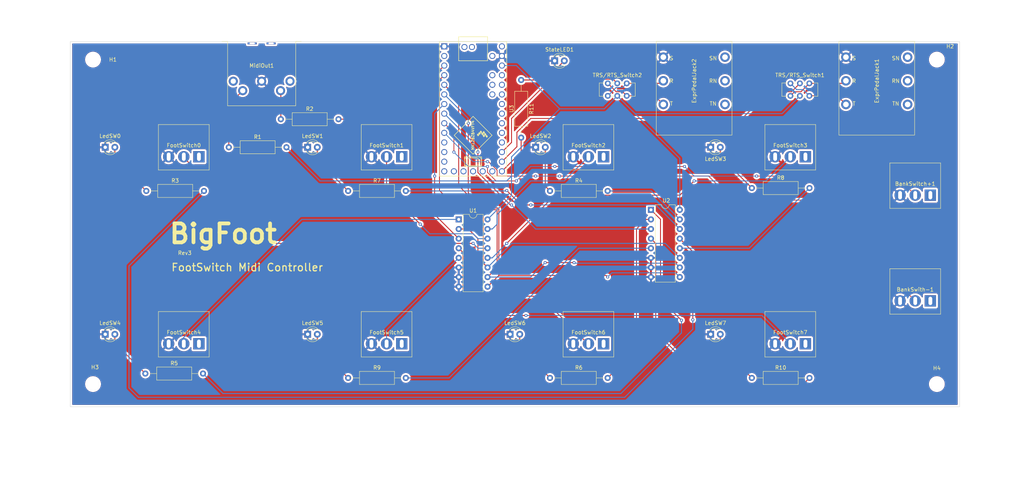
<source format=kicad_pcb>
(kicad_pcb (version 20211014) (generator pcbnew)
  (layers (0 "F.Cu" signal) (31 "B.Cu" signal) (34 "B.Paste" user) (35 "F.Paste" user) (36 "B.SilkS" user "B.Silkscreen") (37 "F.SilkS" user "F.Silkscreen") (38 "B.Mask" user) (39 "F.Mask" user) (44 "Edge.Cuts" user))
  (net 0 "")
  (net 2 "Bank+")
  (net 3 "GND")
  (net 5 "Bank-")
  (net 6 "Net-(ExprPedalJack1-PadR)")
  (net 7 "Net-(ExprPedalJack1-PadT)")
  (net 8 "Net-(ExprPedalJack2-PadR)")
  (net 9 "Net-(ExprPedalJack2-PadT)")
  (net 11 "Net-(FootSwitch0-Pad2)")
  (net 13 "Net-(FootSwitch1-Pad2)")
  (net 15 "Net-(FootSwitch2-Pad2)")
  (net 17 "Net-(FootSwitch3-Pad2)")
  (net 19 "Net-(FootSwitch4-Pad2)")
  (net 21 "Net-(FootSwitch5-Pad2)")
  (net 23 "Net-(FootSwitch6-Pad2)")
  (net 25 "Net-(FootSwitch7-Pad2)")
  (net 26 "Net-(LedSW0-Pad2)")
  (net 27 "Net-(LedSW1-Pad2)")
  (net 28 "Net-(LedSW2-Pad2)")
  (net 29 "Net-(LedSW3-Pad2)")
  (net 30 "Net-(LedSW4-Pad2)")
  (net 31 "Net-(LedSW5-Pad2)")
  (net 32 "Net-(LedSW6-Pad2)")
  (net 33 "Net-(LedSW7-Pad2)")
  (net 36 "Net-(MidiOut1-Pad4)")
  (net 37 "Net-(MidiOut1-Pad5)")
  (net 38 "+3.3V")
  (net 39 "MidiOut")
  (net 40 "Net-(R3-Pad2)")
  (net 41 "Net-(R4-Pad2)")
  (net 42 "Net-(R5-Pad2)")
  (net 43 "Net-(R6-Pad2)")
  (net 44 "Net-(R7-Pad2)")
  (net 45 "Net-(R8-Pad2)")
  (net 46 "Net-(R9-Pad2)")
  (net 47 "Net-(R10-Pad2)")
  (net 48 "Net-(StateLED1-Pad2)")
  (net 49 "Net-(R11-Pad2)")
  (net 50 "ExprPedal1")
  (net 51 "ExprPedal2")
  (net 52 "FootSwitches")
  (net 53 "S2")
  (net 54 "S1")
  (net 55 "S0")
  (net 56 "LEDs")
  (footprint "Resistor_THT:R_Axial_DIN0309_L9.0mm_D3.2mm_P15.24mm_Horizontal" (layer "F.Cu") (at 47.2 75.36)
    (fp_text reference "R3")
    (fp_text value "47")
  )
  (footprint "LED_THT:LED_D3.0mm" (layer "F.Cu") (at 36.345 113.24)
    (fp_text reference "LedSW4")
    (fp_text value "TLHR4400-AS12Z")
  )
  (footprint "LED_THT:LED_D3.0mm" (layer "F.Cu") (at 196.345 63.82)
    (fp_text reference "LedSW3")
    (fp_text value "TLHR4400-AS12Z")
  )
  (footprint "Resistor_THT:R_Axial_DIN0309_L9.0mm_D3.2mm_P15.24mm_Horizontal" (layer "F.Cu") (at 100.54 75.36)
    (fp_text reference "R7")
    (fp_text value "47")
  )
  (footprint "Switch:Switch_Foot_SPDT_Momentary_Eswitch_FS5700SPMT2B2M1QEH" (layer "F.Cu") (at 217.38 113.24)
    (fp_text reference "FootSwitch7")
    (fp_text value "FS5700SPMT2B2M1QEH")
  )
  (footprint "MountingHole:MountingHole_3.2mm_M3" (layer "F.Cu") (at 256.12 126.4)
    (fp_text reference "H4")
    (fp_text value "MountingHole")
  )
  (footprint "Connectors:Jack_6.35_Horizontal_Amphenol_ACJS-IH" (layer "F.Cu") (at 240.24 35.8025)
    (fp_text reference "ExprPedalJack1")
    (fp_text value "ACJS-IH")
  )
  (footprint "Resistor_THT:R_Axial_DIN0309_L9.0mm_D3.2mm_P15.24mm_Horizontal" (layer "F.Cu") (at 207.22 124.78)
    (fp_text reference "R10")
    (fp_text value "47")
  )
  (footprint "Switch:Switch_slide_2PDT_LSSA22L-V" (layer "F.Cu") (at 171.66 48.58)
    (fp_text reference "TRS/RTS_Switch2")
    (fp_text value "LSSA22L-V")
  )
  (footprint "LED_THT:LED_D3.0mm" (layer "F.Cu") (at 150.095 63.82)
    (fp_text reference "LedSW2")
    (fp_text value "TLHR4400-AS12Z")
  )
  (footprint "Resistor_THT:R_Axial_DIN0309_L9.0mm_D3.2mm_P15.24mm_Horizontal" (layer "F.Cu") (at 100.54 124.78)
    (fp_text reference "R9")
    (fp_text value "47")
  )
  (footprint "Resistor_THT:R_Axial_DIN0309_L9.0mm_D3.2mm_P15.24mm_Horizontal" (layer "F.Cu") (at 146.26 46.04 -90)
    (fp_text reference "R11")
    (fp_text value "47")
  )
  (footprint "LED_THT:LED_D3.0mm" (layer "F.Cu") (at 89.845 63.82)
    (fp_text reference "LedSW1")
    (fp_text value "TLHR4400-AS12Z")
  )
  (footprint "Resistor_THT:R_Axial_DIN0309_L9.0mm_D3.2mm_P15.24mm_Horizontal" (layer "F.Cu") (at 207.22 74.598)
    (fp_text reference "R8")
    (fp_text value "47")
  )
  (footprint "Resistor_THT:R_Axial_DIN0309_L9.0mm_D3.2mm_P15.24mm_Horizontal" (layer "F.Cu") (at 153.88 124.78)
    (fp_text reference "R6")
    (fp_text value "47")
  )
  (footprint "MountingHole:MountingHole_3.2mm_M3" (layer "F.Cu") (at 33.12 40.65)
    (fp_text reference "H1")
    (fp_text value "MountingHole")
  )
  (footprint "Switch:Switch_Foot_SPDT_Momentary_Eswitch_FS5700SPMT2B2M1QEH" (layer "F.Cu") (at 57.106 63.82)
    (fp_text reference "FootSwitch0")
    (fp_text value "FS5700SPMT2B2M1QEH")
  )
  (footprint "Switch:Switch_Foot_SPDT_Momentary_Eswitch_FS5700SPMT2B2M1QEH" (layer "F.Cu") (at 250.4 73.98)
    (fp_text reference "BankSwitch+1")
    (fp_text value "FS5700SPMT2B2M1QEH")
  )
  (footprint "MountingHole:MountingHole_3.2mm_M3" (layer "F.Cu") (at 256.12 40.65)
    (fp_text reference "H2")
    (fp_text value "MountingHole")
  )
  (footprint "LED_THT:LED_D3.0mm" (layer "F.Cu") (at 155.12 40.96)
    (fp_text reference "StateLED1")
    (fp_text value "TLHR4400-AS12Z")
  )
  (footprint "LED_THT:LED_D3.0mm" (layer "F.Cu") (at 196.345 113.24)
    (fp_text reference "LedSW7")
    (fp_text value "TLHR4400-AS12Z")
  )
  (footprint "Switch:Switch_Foot_SPDT_Momentary_Eswitch_FS5700SPMT2B2M1QEH" (layer "F.Cu") (at 250.4 101.92)
    (fp_text reference "BankSwith-1")
    (fp_text value "FS5700SPMT2B2M1QEH")
  )
  (footprint "Switch:Switch_Foot_SPDT_Momentary_Eswitch_FS5700SPMT2B2M1QEH" (layer "F.Cu") (at 57.106 113.24)
    (fp_text reference "FootSwitch4")
    (fp_text value "FS5700SPMT2B2M1QEH")
  )
  (footprint "Resistor_THT:R_Axial_DIN0309_L9.0mm_D3.2mm_P15.24mm_Horizontal" (layer "F.Cu") (at 69 63.82)
    (fp_text reference "R1")
    (fp_text value "47")
  )
  (footprint "Resistor_THT:R_Axial_DIN0309_L9.0mm_D3.2mm_P15.24mm_Horizontal" (layer "F.Cu") (at 82.75 56.4)
    (fp_text reference "R2")
    (fp_text value "47")
  )
  (footprint "LED_THT:LED_D3.0mm" (layer "F.Cu") (at 36.345 63.82)
    (fp_text reference "LedSW0")
    (fp_text value "TLHR4400-AS12Z")
  )
  (footprint "Connectors:Jack_6.35_Horizontal_Amphenol_ACJS-IH" (layer "F.Cu") (at 191.98 35.8025)
    (fp_text reference "ExprPedalJack2")
    (fp_text value "ACJS-IH")
  )
  (footprint "Package_DIP:DIP-16_W7.62mm" (layer "F.Cu") (at 129.76 82.885)
    (fp_text reference "U1")
    (fp_text value "74HCT4051")
  )
  (footprint "Switch:Switch_slide_2PDT_LSSA22L-V" (layer "F.Cu") (at 219.92 48.58)
    (fp_text reference "TRS/RTS_Switch1")
    (fp_text value "LSSA22L-V")
  )
  (footprint "MountingHole:MountingHole_3.2mm_M3" (layer "F.Cu") (at 33.12 126.4)
    (fp_text reference "H3")
    (fp_text value "MountingHole")
  )
  (footprint "Switch:Switch_Foot_SPDT_Momentary_Eswitch_FS5700SPMT2B2M1QEH" (layer "F.Cu") (at 164.04 63.82)
    (fp_text reference "FootSwitch2")
    (fp_text value "FS5700SPMT2B2M1QEH")
  )
  (footprint "LED_THT:LED_D3.0mm" (layer "F.Cu") (at 89.845 113.24)
    (fp_text reference "LedSW5")
    (fp_text value "TLHR4400-AS12Z")
  )
  (footprint "Switch:Switch_Foot_SPDT_Momentary_Eswitch_FS5700SPMT2B2M1QEH" (layer "F.Cu") (at 217.38 63.82)
    (fp_text reference "FootSwitch3")
    (fp_text value "FS5700SPMT2B2M1QEH")
  )
  (footprint "LED_THT:LED_D3.0mm" (layer "F.Cu") (at 143.345 113.24)
    (fp_text reference "LedSW6")
    (fp_text value "TLHR4400-AS12Z")
  )
  (footprint "Connectors:Circular_DIN_5P_KCDX-5S-S2" (layer "F.Cu") (at 77.68 33.8625 180)
    (fp_text reference "MidiOut1")
    (fp_text value "KCDX-5S-S2")
  )
  (footprint "Package_DIP:DIP-16_W7.62mm" (layer "F.Cu") (at 180.56 80.345)
    (fp_text reference "U2")
    (fp_text value "74HCT4051")
  )
  (footprint "Resistor_THT:R_Axial_DIN0309_L9.0mm_D3.2mm_P15.24mm_Horizontal" (layer "F.Cu") (at 153.88 75.36)
    (fp_text reference "R4")
    (fp_text value "47")
  )
  (footprint "Switch:Switch_Foot_SPDT_Momentary_Eswitch_FS5700SPMT2B2M1QEH" (layer "F.Cu") (at 110.7 113.24)
    (fp_text reference "FootSwitch5")
    (fp_text value "FS5700SPMT2B2M1QEH")
  )
  (footprint "teensy:Teensy_LC" (layer "F.Cu") (at 133.56 53.66 -90)
    (fp_text reference "U3")
    (fp_text value "Teensy-LC")
  )
  (footprint "Switch:Switch_Foot_SPDT_Momentary_Eswitch_FS5700SPMT2B2M1QEH" (layer "F.Cu") (at 110.7 63.82)
    (fp_text reference "FootSwitch1")
    (fp_text value "FS5700SPMT2B2M1QEH")
  )
  (footprint "Switch:Switch_Foot_SPDT_Momentary_Eswitch_FS5700SPMT2B2M1QEH" (layer "F.Cu") (at 164.04 113.24)
    (fp_text reference "FootSwitch6")
    (fp_text value "FS5700SPMT2B2M1QEH")
  )
  (footprint "Resistor_THT:R_Axial_DIN0309_L9.0mm_D3.2mm_P15.24mm_Horizontal" (layer "F.Cu") (at 46.946 123.62)
    (fp_text reference "R5")
    (fp_text value "47")
  )
  (gr_rect (start 27.12 35.88) (end 262.12 132.4) (layer "Edge.Cuts") (width 0.1) (fill none))
  (gr_text "BigFoot" (at 67.52 86.68) (layer "F.SilkS") (effects (font (size 5 5) (thickness 1))))
  (gr_text "FootSwitch Midi Controller" (at 73.87 95.57) (layer "F.SilkS") (effects (font (size 2 2) (thickness 0.3))))
  (gr_text "Rev3" (at 57.36 91.76) (layer "F.SilkS") (effects (font (size 1 1))))
  (segment (start 137.37 70.455635) (end 137.37 68.9) (width 0.2) (layer "F.Cu") (net 2))
  (segment (start 139.624365 72.71) (end 137.37 70.455635) (width 0.2) (layer "F.Cu") (net 2))
  (segment (start 128.48 60.01) (end 125.94 57.47) (width 0.2) (layer "F.Cu") (net 2))
  (segment (start 189.44 68.9) (end 155.15 68.9) (width 0.2) (layer "F.Cu") (net 2))
  (segment (start 245.364997 71.44) (end 208.49 71.44) (width 0.2) (layer "F.Cu") (net 2))
  (segment (start 128.48 65.09) (end 128.48 60.01) (width 0.2) (layer "F.Cu") (net 2))
  (segment (start 250.4 76.475003) (end 245.364997 71.44) (width 0.2) (layer "F.Cu") (net 2))
  (segment (start 144.99 72.71) (end 139.624365 72.71) (width 0.2) (layer "F.Cu") (net 2))
  (via (at 155.15 68.9) (size 0.8) (drill 0.4) (layers "F.Cu" "B.Cu") (net 2))
  (via (at 189.44 68.9) (size 0.8) (drill 0.4) (layers "F.Cu" "B.Cu") (net 2))
  (via (at 144.99 72.71) (size 0.8) (drill 0.4) (layers "F.Cu" "B.Cu") (net 2))
  (via (at 208.49 71.44) (size 0.8) (drill 0.4) (layers "F.Cu" "B.Cu") (net 2))
  (via (at 128.48 65.09) (size 0.8) (drill 0.4) (layers "F.Cu" "B.Cu") (net 2))
  (via (at 137.37 68.9) (size 0.8) (drill 0.4) (layers "F.Cu" "B.Cu") (net 2))
  (segment (start 132.29 68.9) (end 128.48 65.09) (width 0.2) (layer "B.Cu") (net 2))
  (segment (start 148.8 68.9) (end 144.99 72.71) (width 0.2) (layer "B.Cu") (net 2))
  (segment (start 208.49 71.44) (end 191.98 71.44) (width 0.2) (layer "B.Cu") (net 2))
  (segment (start 137.37 68.9) (end 132.29 68.9) (width 0.2) (layer "B.Cu") (net 2))
  (segment (start 191.98 71.44) (end 189.44 68.9) (width 0.2) (layer "B.Cu") (net 2))
  (segment (start 155.15 68.9) (end 148.8 68.9) (width 0.2) (layer "B.Cu") (net 2))
  (segment (start 195.79 71.44) (end 156.42 71.44) (width 0.2) (layer "F.Cu") (net 5))
  (segment (start 150.07 71.44) (end 139.91 71.44) (width 0.2) (layer "F.Cu") (net 5))
  (segment (start 223.774997 77.79) (end 203.41 77.79) (width 0.2) (layer "F.Cu") (net 5))
  (segment (start 137.655635 67.63) (end 137.37 67.63) (width 0.2) (layer "F.Cu") (net 5))
  (segment (start 203.41 77.79) (end 202.14 77.79) (width 0.2) (layer "F.Cu") (net 5))
  (segment (start 250.4 104.415003) (end 223.774997 77.79) (width 0.2) (layer "F.Cu") (net 5))
  (segment (start 139.91 71.44) (end 139.91 69.884365) (width 0.2) (layer "F.Cu") (net 5))
  (segment (start 139.91 69.884365) (end 137.655635 67.63) (width 0.2) (layer "F.Cu") (net 5))
  (segment (start 202.14 77.79) (end 195.79 71.44) (width 0.2) (layer "F.Cu") (net 5))
  (via (at 137.37 67.63) (size 0.8) (drill 0.4) (layers "F.Cu" "B.Cu") (net 5))
  (via (at 156.42 71.44) (size 0.8) (drill 0.4) (layers "F.Cu" "B.Cu") (net 5))
  (via (at 150.07 71.44) (size 0.8) (drill 0.4) (layers "F.Cu" "B.Cu") (net 5))
  (segment (start 137.37 67.63) (end 133.56 67.63) (width 0.2) (layer "B.Cu") (net 5))
  (segment (start 133.56 67.63) (end 125.94 60.01) (width 0.2) (layer "B.Cu") (net 5))
  (segment (start 156.42 71.44) (end 150.07 71.44) (width 0.2) (layer "B.Cu") (net 5))
  (segment (start 220.207 49.143) (end 222.42 46.93) (width 0.25) (layer "F.Cu") (net 6))
  (segment (start 218.507 49.143) (end 220.207 49.143) (width 0.25) (layer "F.Cu") (net 6))
  (segment (start 222.42 46.93) (end 231.4125 46.93) (width 0.25) (layer "F.Cu") (net 6))
  (segment (start 217.42 50.23) (end 218.507 49.143) (width 0.25) (layer "F.Cu") (net 6))
  (segment (start 231.4125 46.93) (end 232.09 46.2525) (width 0.25) (layer "F.Cu") (net 6))
  (segment (start 222.42 50.23) (end 229.8175 50.23) (width 0.25) (layer "F.Cu") (net 7))
  (segment (start 229.8175 50.23) (end 232.09 52.5025) (width 0.25) (layer "F.Cu") (net 7))
  (segment (start 219.07 48.58) (end 220.77 48.58) (width 0.25) (layer "B.Cu") (net 7))
  (segment (start 217.42 46.93) (end 219.07 48.58) (width 0.25) (layer "B.Cu") (net 7))
  (segment (start 220.77 48.58) (end 222.42 50.23) (width 0.25) (layer "B.Cu") (net 7))
  (segment (start 174.16 46.93) (end 183.1525 46.93) (width 0.25) (layer "F.Cu") (net 8))
  (segment (start 183.1525 46.93) (end 183.83 46.2525) (width 0.25) (layer "F.Cu") (net 8))
  (segment (start 173.073 48.017) (end 174.16 46.93) (width 0.25) (layer "B.Cu") (net 8))
  (segment (start 171.373 48.017) (end 173.073 48.017) (width 0.25) (layer "B.Cu") (net 8))
  (segment (start 169.16 50.23) (end 171.373 48.017) (width 0.25) (layer "B.Cu") (net 8))
  (segment (start 171.373 49.143) (end 173.073 49.143) (width 0.25) (layer "F.Cu") (net 9))
  (segment (start 169.16 46.93) (end 171.373 49.143) (width 0.25) (layer "F.Cu") (net 9))
  (segment (start 181.5575 50.23) (end 183.83 52.5025) (width 0.25) (layer "F.Cu") (net 9))
  (segment (start 173.073 49.143) (end 174.16 50.23) (width 0.25) (layer "F.Cu") (net 9))
  (segment (start 174.16 50.23) (end 181.5575 50.23) (width 0.25) (layer "F.Cu") (net 9))
  (segment (start 79.756997 89.22) (end 133.56 89.22) (width 0.25) (layer "F.Cu") (net 11))
  (segment (start 57.106 66.569003) (end 79.756997 89.22) (width 0.25) (layer "F.Cu") (net 11))
  (via (at 133.56 89.22) (size 0.8) (drill 0.4) (layers "F.Cu" "B.Cu") (net 11))
  (segment (start 133.56 89.22) (end 134.845 90.505) (width 0.25) (layer "B.Cu") (net 11))
  (segment (start 134.845 90.505) (end 137.38 90.505) (width 0.25) (layer "B.Cu") (net 11))
  (segment (start 110.7 66.569003) (end 110.7 75.25) (width 0.25) (layer "F.Cu") (net 13))
  (segment (start 110.7 75.25) (end 119.59 84.14) (width 0.25) (layer "F.Cu") (net 13))
  (via (at 119.59 84.14) (size 0.8) (drill 0.4) (layers "F.Cu" "B.Cu") (net 13))
  (segment (start 133.56 86.68) (end 134.845 87.965) (width 0.25) (layer "B.Cu") (net 13))
  (segment (start 134.845 87.965) (end 137.38 87.965) (width 0.25) (layer "B.Cu") (net 13))
  (segment (start 119.59 84.14) (end 122.13 86.68) (width 0.25) (layer "B.Cu") (net 13))
  (segment (start 122.13 86.68) (end 133.56 86.68) (width 0.25) (layer "B.Cu") (net 13))
  (segment (start 148.8 72.71) (end 139.91 81.6) (width 0.25) (layer "B.Cu") (net 15))
  (segment (start 157.645003 72.71) (end 148.8 72.71) (width 0.25) (layer "B.Cu") (net 15))
  (segment (start 164.04 66.315003) (end 157.645003 72.71) (width 0.25) (layer "B.Cu") (net 15))
  (segment (start 139.91 81.6) (end 139.91 84.14) (width 0.25) (layer "B.Cu") (net 15))
  (segment (start 138.625 85.425) (end 137.38 85.425) (width 0.25) (layer "B.Cu") (net 15))
  (segment (start 139.91 84.14) (end 138.625 85.425) (width 0.25) (layer "B.Cu") (net 15))
  (segment (start 191.98 72.71) (end 188.205 76.485) (width 0.25) (layer "F.Cu") (net 17))
  (segment (start 155.185 76.485) (end 142.45 89.22) (width 0.25) (layer "F.Cu") (net 17))
  (segment (start 188.205 76.485) (end 155.185 76.485) (width 0.25) (layer "F.Cu") (net 17))
  (via (at 142.45 89.22) (size 0.8) (drill 0.4) (layers "F.Cu" "B.Cu") (net 17))
  (via (at 191.98 72.71) (size 0.8) (drill 0.4) (layers "F.Cu" "B.Cu") (net 17))
  (segment (start 138.625 93.045) (end 137.38 93.045) (width 0.25) (layer "B.Cu") (net 17))
  (segment (start 217.38 66.315003) (end 210.985003 72.71) (width 0.25) (layer "B.Cu") (net 17))
  (segment (start 210.985003 72.71) (end 191.98 72.71) (width 0.25) (layer "B.Cu") (net 17))
  (segment (start 142.45 89.22) (end 138.625 93.045) (width 0.25) (layer "B.Cu") (net 17))
  (segment (start 56.598 115.735003) (end 56.598 114.575002) (width 0.25) (layer "B.Cu") (net 19))
  (segment (start 56.598 114.575002) (end 88.288003 82.885) (width 0.25) (layer "B.Cu") (net 19))
  (segment (start 88.288003 82.885) (end 129.76 82.885) (width 0.25) (layer "B.Cu") (net 19))
  (segment (start 110.7 112.105) (end 129.76 93.045) (width 0.25) (layer "B.Cu") (net 21))
  (segment (start 110.7 115.735003) (end 110.7 112.105) (width 0.25) (layer "B.Cu") (net 21))
  (segment (start 137.37 103.19) (end 134.83 100.65) (width 0.25) (layer "F.Cu") (net 23))
  (segment (start 134.83 87.95) (end 132.305 85.425) (width 0.25) (layer "F.Cu") (net 23))
  (segment (start 132.305 85.425) (end 129.76 85.425) (width 0.25) (layer "F.Cu") (net 23))
  (segment (start 164.04 115.89) (end 151.34 103.19) (width 0.25) (layer "F.Cu") (net 23))
  (segment (start 134.83 100.65) (end 134.83 87.95) (width 0.25) (layer "F.Cu") (net 23))
  (segment (start 151.34 103.19) (end 137.37 103.19) (width 0.25) (layer "F.Cu") (net 23))
  (segment (start 164.04 115.735003) (end 164.04 115.89) (width 0.25) (layer "F.Cu") (net 23))
  (segment (start 130.885 101.785) (end 130.885 91.63) (width 0.25) (layer "F.Cu") (net 25))
  (segment (start 130.885 91.63) (end 129.76 90.505) (width 0.25) (layer "F.Cu") (net 25))
  (segment (start 147.53 108.27) (end 137.37 108.27) (width 0.25) (layer "F.Cu") (net 25))
  (segment (start 137.37 108.27) (end 130.885 101.785) (width 0.25) (layer "F.Cu") (net 25))
  (via (at 147.53 108.27) (size 0.8) (drill 0.4) (layers "F.Cu" "B.Cu") (net 25))
  (segment (start 217.38 115.735003) (end 209.914997 108.27) (width 0.25) (layer "B.Cu") (net 25))
  (segment (start 209.914997 108.27) (end 191.98 108.27) (width 0.25) (layer "B.Cu") (net 25))
  (segment (start 191.98 108.27) (end 147.53 108.27) (width 0.25) (layer "B.Cu") (net 25))
  (segment (start 38.885 67.045) (end 47.2 75.36) (width 0.25) (layer "F.Cu") (net 26))
  (segment (start 38.885 63.82) (end 38.885 67.045) (width 0.25) (layer "F.Cu") (net 26))
  (segment (start 92.385 67.205) (end 100.54 75.36) (width 0.25) (layer "F.Cu") (net 27))
  (segment (start 92.385 63.82) (end 92.385 67.205) (width 0.25) (layer "F.Cu") (net 27))
  (segment (start 152.635 63.82) (end 152.635 74.115) (width 0.25) (layer "F.Cu") (net 28))
  (segment (start 152.635 74.115) (end 153.88 75.36) (width 0.25) (layer "F.Cu") (net 28))
  (segment (start 198.885 66.263) (end 207.22 74.598) (width 0.25) (layer "F.Cu") (net 29))
  (segment (start 198.885 63.82) (end 198.885 66.263) (width 0.25) (layer "F.Cu") (net 29))
  (segment locked (start 38.885 113.24) (end 38.885 115.559) (width 0.25) (layer "F.Cu") (net 30))
  (segment (start 38.885 115.559) (end 46.946 123.62) (width 0.25) (layer "F.Cu") (net 30))
  (segment (start 92.385 113.24) (end 92.385 116.625) (width 0.25) (layer "F.Cu") (net 31))
  (segment (start 92.385 116.625) (end 100.54 124.78) (width 0.25) (layer "F.Cu") (net 31))
  (segment (start 145.885 116.785) (end 153.88 124.78) (width 0.25) (layer "F.Cu") (net 32))
  (segment (start 145.885 113.24) (end 145.885 116.785) (width 0.25) (layer "F.Cu") (net 32))
  (segment (start 198.885 113.24) (end 198.885 116.445) (width 0.25) (layer "F.Cu") (net 33))
  (segment (start 198.885 116.445) (end 207.22 124.78) (width 0.25) (layer "F.Cu") (net 33))
  (segment (start 69 63.82) (end 69 52.5425) (width 0.25) (layer "F.Cu") (net 36))
  (segment (start 69 52.5425) (end 72.68 48.8625) (width 0.25) (layer "F.Cu") (net 36))
  (segment (start 82.75 48.9325) (end 82.68 48.8625) (width 0.25) (layer "F.Cu") (net 37))
  (segment (start 82.75 56.4) (end 82.75 48.9325) (width 0.25) (layer "F.Cu") (net 37))
  (segment (start 176.36 54.93) (end 215.22 54.93) (width 0.25) (layer "B.Cu") (net 38))
  (segment (start 93.13 72.71) (end 142.45 72.71) (width 0.25) (layer "B.Cu") (net 38))
  (segment (start 143.72 66.36) (end 143.72 76.545) (width 0.25) (layer "B.Cu") (net 38))
  (segment (start 156.42 53.66) (end 168.23 53.66) (width 0.25) (layer "B.Cu") (net 38))
  (segment (start 141.18 42.23) (end 144.99 42.23) (width 0.25) (layer "B.Cu") (net 38))
  (segment (start 143.72 76.545) (end 137.38 82.885) (width 0.25) (layer "B.Cu") (net 38))
  (segment (start 84.24 63.82) (end 93.13 72.71) (width 0.25) (layer "B.Cu") (net 38))
  (segment (start 176.36 54.93) (end 188.18 66.75) (width 0.25) (layer "B.Cu") (net 38))
  (segment (start 144.99 42.23) (end 156.42 53.66) (width 0.25) (layer "B.Cu") (net 38))
  (segment (start 168.23 53.66) (end 171.66 50.23) (width 0.25) (layer "B.Cu") (net 38))
  (segment (start 142.45 72.71) (end 143.72 71.44) (width 0.25) (layer "B.Cu") (net 38))
  (segment (start 188.18 66.75) (end 188.18 80.345) (width 0.25) (layer "B.Cu") (net 38))
  (segment (start 215.22 54.93) (end 219.92 50.23) (width 0.25) (layer "B.Cu") (net 38))
  (segment (start 156.42 53.66) (end 143.72 66.36) (width 0.25) (layer "B.Cu") (net 38))
  (segment (start 171.66 50.23) (end 176.36 54.93) (width 0.25) (layer "B.Cu") (net 38))
  (segment (start 97.99 56.4) (end 111.77 56.4) (width 0.25) (layer "F.Cu") (net 39))
  (segment (start 111.77 56.4) (end 125.94 42.23) (width 0.25) (layer "F.Cu") (net 39))
  (segment (start 191.62 91.405) (end 191.62 109.4) (width 0.25) (layer "F.Cu") (net 40))
  (segment (start 188.18 87.965) (end 191.62 91.405) (width 0.25) (layer "F.Cu") (net 40))
  (via (at 191.62 109.4) (size 0.8) (drill 0.4) (layers "F.Cu" "B.Cu") (net 40))
  (segment (start 191.62 111.9) (end 191.62 109.4) (width 0.25) (layer "B.Cu") (net 40))
  (segment (start 173.62 129.9) (end 191.62 111.9) (width 0.25) (layer "B.Cu") (net 40))
  (segment (start 42.62 127.4) (end 45.12 129.9) (width 0.25) (layer "B.Cu") (net 40))
  (segment (start 62.44 75.36) (end 42.62 95.18) (width 0.25) (layer "B.Cu") (net 40))
  (segment (start 45.12 129.9) (end 173.62 129.9) (width 0.25) (layer "B.Cu") (net 40))
  (segment (start 42.62 95.18) (end 42.62 127.4) (width 0.25) (layer "B.Cu") (net 40))
  (segment (start 180.655 75.36) (end 188.18 82.885) (width 0.25) (layer "B.Cu") (net 41))
  (segment (start 169.12 75.36) (end 180.655 75.36) (width 0.25) (layer "B.Cu") (net 41))
  (segment (start 180.565 80.345) (end 180.56 80.345) (width 0.25) (layer "F.Cu") (net 42))
  (segment (start 183.09 104.01) (end 183.09 82.87) (width 0.25) (layer "F.Cu") (net 42))
  (segment (start 183.09 82.87) (end 180.565 80.345) (width 0.25) (layer "F.Cu") (net 42))
  (segment (start 188.62 109.54) (end 183.09 104.01) (width 0.25) (layer "F.Cu") (net 42))
  (via (at 188.62 109.54) (size 0.8) (drill 0.4) (layers "F.Cu" "B.Cu") (net 42))
  (segment (start 172.62 128.9) (end 188.62 112.9) (width 0.25) (layer "B.Cu") (net 42))
  (segment (start 67.466 128.9) (end 172.62 128.9) (width 0.25) (layer "B.Cu") (net 42))
  (segment (start 188.62 112.9) (end 188.62 109.54) (width 0.25) (layer "B.Cu") (net 42))
  (segment (start 62.186 123.62) (end 67.466 128.9) (width 0.25) (layer "B.Cu") (net 42))
  (segment (start 176.74 117.16) (end 176.74 85.41) (width 0.25) (layer "F.Cu") (net 43))
  (segment (start 169.12 124.78) (end 176.74 117.16) (width 0.25) (layer "F.Cu") (net 43))
  (segment (start 179.265 82.885) (end 180.56 82.885) (width 0.25) (layer "F.Cu") (net 43))
  (segment (start 176.74 85.41) (end 179.265 82.885) (width 0.25) (layer "F.Cu") (net 43))
  (segment (start 142.45 75.25) (end 146.26 79.06) (width 0.25) (layer "F.Cu") (net 44))
  (segment (start 146.26 79.06) (end 148.8 79.06) (width 0.25) (layer "F.Cu") (net 44))
  (via (at 148.8 79.06) (size 0.8) (drill 0.4) (layers "F.Cu" "B.Cu") (net 44))
  (via (at 142.45 75.25) (size 0.8) (drill 0.4) (layers "F.Cu" "B.Cu") (net 44))
  (segment (start 181.815 79.06) (end 188.18 85.425) (width 0.25) (layer "B.Cu") (net 44))
  (segment (start 142.34 75.36) (end 142.45 75.25) (width 0.25) (layer "B.Cu") (net 44))
  (segment (start 148.8 79.06) (end 181.815 79.06) (width 0.25) (layer "B.Cu") (net 44))
  (segment (start 115.78 75.36) (end 142.34 75.36) (width 0.25) (layer "B.Cu") (net 44))
  (segment (start 206.553 90.505) (end 222.46 74.598) (width 0.25) (layer "B.Cu") (net 45))
  (segment (start 188.18 90.505) (end 206.553 90.505) (width 0.25) (layer "B.Cu") (net 45))
  (segment (start 127.21 124.78) (end 161.485 90.505) (width 0.25) (layer "B.Cu") (net 46))
  (segment (start 161.485 90.505) (end 180.56 90.505) (width 0.25) (layer "B.Cu") (net 46))
  (segment (start 115.78 124.78) (end 127.21 124.78) (width 0.25) (layer "B.Cu") (net 46))
  (segment (start 196.62 127.4) (end 181.82 112.6) (width 0.25) (layer "F.Cu") (net 47))
  (segment (start 219.84 127.4) (end 196.62 127.4) (width 0.25) (layer "F.Cu") (net 47))
  (segment (start 181.82 89.225) (end 180.56 87.965) (width 0.25) (layer "F.Cu") (net 47))
  (segment (start 181.82 112.6) (end 181.82 89.225) (width 0.25) (layer "F.Cu") (net 47))
  (segment (start 222.46 124.78) (end 219.84 127.4) (width 0.25) (layer "F.Cu") (net 47))
  (segment (start 146.26 46.04) (end 152.58 46.04) (width 0.25) (layer "F.Cu") (net 48))
  (segment (start 152.58 46.04) (end 157.66 40.96) (width 0.25) (layer "F.Cu") (net 48))
  (segment (start 141.18 70.17) (end 146.26 65.09) (width 0.25) (layer "F.Cu") (net 49))
  (segment (start 146.26 65.09) (end 146.26 61.28) (width 0.25) (layer "F.Cu") (net 49))
  (segment (start 148.8 56.2) (end 204.68 56.2) (width 0.25) (layer "F.Cu") (net 50))
  (segment (start 145.135 63.675) (end 145.135 59.865) (width 0.25) (layer "F.Cu") (net 50))
  (segment (start 145.135 59.865) (end 148.8 56.2) (width 0.25) (layer "F.Cu") (net 50))
  (segment (start 141.18 67.63) (end 145.135 63.675) (width 0.25) (layer "F.Cu") (net 50))
  (segment (start 211.737 49.143) (end 217.707 49.143) (width 0.25) (layer "F.Cu") (net 50))
  (segment (start 204.68 56.2) (end 211.737 49.143) (width 0.25) (layer "F.Cu") (net 50))
  (segment (start 217.707 49.143) (end 219.92 46.93) (width 0.25) (layer "F.Cu") (net 50))
  (segment (start 141.18 65.09) (end 143.72 62.55) (width 0.25) (layer "F.Cu") (net 51))
  (segment (start 170.573 45.843) (end 171.66 46.93) (width 0.25) (layer "F.Cu") (net 51))
  (segment (start 154.077 45.843) (end 170.573 45.843) (width 0.25) (layer "F.Cu") (net 51))
  (segment (start 143.72 56.2) (end 154.077 45.843) (width 0.25) (layer "F.Cu") (net 51))
  (segment (start 143.72 62.55) (end 143.72 56.2) (width 0.25) (layer "F.Cu") (net 51))
  (segment (start 123.4 81.605) (end 129.76 87.965) (width 0.25) (layer "F.Cu") (net 52))
  (segment (start 123.4 71.44) (end 123.4 81.605) (width 0.25) (layer "F.Cu") (net 52))
  (via (at 123.4 71.44) (size 0.8) (drill 0.4) (layers "F.Cu" "B.Cu") (net 52))
  (segment (start 125.94 52.39) (end 123.4 54.93) (width 0.25) (layer "B.Cu") (net 52))
  (segment (start 123.4 54.93) (end 123.4 71.44) (width 0.25) (layer "B.Cu") (net 52))
  (segment (start 140.36 80.143604) (end 140.096396 79.88) (width 0.25) (layer "F.Cu") (net 53))
  (segment (start 140.096396 79.88) (end 136.286396 79.88) (width 0.25) (layer "F.Cu") (net 53))
  (segment (start 136.286396 79.88) (end 132.29 75.883604) (width 0.25) (layer "F.Cu") (net 53))
  (segment (start 168.695 97.685) (end 169.12 98.11) (width 0.25) (layer "F.Cu") (net 53))
  (segment (start 140.36 97.685) (end 140.36 80.143604) (width 0.25) (layer "F.Cu") (net 53))
  (segment (start 132.29 75.883604) (end 132.29 57.47) (width 0.25) (layer "F.Cu") (net 53))
  (segment (start 137.38 100.665) (end 140.36 97.685) (width 0.25) (layer "F.Cu") (net 53))
  (segment (start 140.36 97.685) (end 168.695 97.685) (width 0.25) (layer "F.Cu") (net 53))
  (via (at 169.12 98.11) (size 0.8) (drill 0.4) (layers "F.Cu" "B.Cu") (net 53))
  (via (at 132.29 57.47) (size 0.8) (drill 0.4) (layers "F.Cu" "B.Cu") (net 53))
  (segment (start 132.29 56.2) (end 125.94 49.85) (width 0.25) (layer "B.Cu") (net 53))
  (segment (start 170.23 97) (end 187.055 97) (width 0.25) (layer "B.Cu") (net 53))
  (segment (start 169.12 98.11) (end 170.23 97) (width 0.25) (layer "B.Cu") (net 53))
  (segment (start 132.29 57.47) (end 132.29 56.2) (width 0.25) (layer "B.Cu") (net 53))
  (segment (start 187.055 97) (end 188.18 98.125) (width 0.25) (layer "B.Cu") (net 53))
  (segment (start 139.91 80.33) (end 139.91 95.595) (width 0.25) (layer "F.Cu") (net 54))
  (segment (start 129.75 51.12) (end 129.75 73.98) (width 0.25) (layer "F.Cu") (net 54))
  (segment (start 125.94 47.31) (end 129.75 51.12) (width 0.25) (layer "F.Cu") (net 54))
  (segment (start 136.1 80.33) (end 139.91 80.33) (width 0.25) (layer "F.Cu") (net 54))
  (segment (start 160.23 94.3) (end 152.61 94.3) (width 0.25) (layer "F.Cu") (net 54))
  (segment (start 139.91 95.595) (end 137.38 98.125) (width 0.25) (layer "F.Cu") (net 54))
  (segment (start 129.75 73.98) (end 136.1 80.33) (width 0.25) (layer "F.Cu") (net 54))
  (via (at 160.23 94.3) (size 0.8) (drill 0.4) (layers "F.Cu" "B.Cu") (net 54))
  (via (at 152.61 94.3) (size 0.8) (drill 0.4) (layers "F.Cu" "B.Cu") (net 54))
  (segment (start 160.39 94.46) (end 160.23 94.3) (width 0.25) (layer "B.Cu") (net 54))
  (segment (start 148.785 98.125) (end 137.38 98.125) (width 0.25) (layer "B.Cu") (net 54))
  (segment (start 188.18 95.585) (end 187.055 94.46) (width 0.25) (layer "B.Cu") (net 54))
  (segment (start 152.61 94.3) (end 148.785 98.125) (width 0.25) (layer "B.Cu") (net 54))
  (segment (start 187.055 94.46) (end 160.39 94.46) (width 0.25) (layer "B.Cu") (net 54))
  (segment (start 124.67 75.25) (end 131.02 81.6) (width 0.25) (layer "F.Cu") (net 55))
  (segment (start 131.02 81.6) (end 135.779009 81.6) (width 0.25) (layer "F.Cu") (net 55))
  (segment (start 136.255 82.075991) (end 136.255 94.46) (width 0.25) (layer "F.Cu") (net 55))
  (segment (start 135.779009 81.6) (end 136.255 82.075991) (width 0.25) (layer "F.Cu") (net 55))
  (segment (start 124.67 46.04) (end 124.67 75.25) (width 0.25) (layer "F.Cu") (net 55))
  (segment (start 136.255 94.46) (end 137.38 95.585) (width 0.25) (layer "F.Cu") (net 55))
  (segment (start 125.94 44.77) (end 124.67 46.04) (width 0.25) (layer "F.Cu") (net 55))
  (segment (start 184.355 89.22) (end 188.18 93.045) (width 0.25) (layer "B.Cu") (net 55))
  (segment (start 137.38 95.585) (end 143.745 89.22) (width 0.25) (layer "B.Cu") (net 55))
  (segment (start 143.745 89.22) (end 184.355 89.22) (width 0.25) (layer "B.Cu") (net 55))
  (segment (start 134.83 70.490991) (end 134.83 65.09) (width 0.25) (layer "F.Cu") (net 56))
  (segment (start 143.399009 79.06) (end 134.83 70.490991) (width 0.25) (layer "F.Cu") (net 56))
  (segment (start 143.72 79.06) (end 143.399009 79.06) (width 0.25) (layer "F.Cu") (net 56))
  (via (at 143.72 79.06) (size 0.8) (drill 0.4) (layers "F.Cu" "B.Cu") (net 56))
  (via (at 134.83 65.09) (size 0.8) (drill 0.4) (layers "F.Cu" "B.Cu") (net 56))
  (segment (start 180.56 85.425) (end 150.085 85.425) (width 0.25) (layer "B.Cu") (net 56))
  (segment (start 150.085 85.425) (end 143.72 79.06) (width 0.25) (layer "B.Cu") (net 56))
  (segment (start 134.83 63.82) (end 125.94 54.93) (width 0.25) (layer "B.Cu") (net 56))
  (segment (start 134.83 65.09) (end 134.83 63.82) (width 0.25) (layer "B.Cu") (net 56))
  (zone (net 3) (net_name "GND") (layers F&B.Cu) (connect_pads (clearance 0.508)) (min_thickness 0.254) (fill yes (thermal_gap 0.508) (thermal_bridge_width 0.508))
    (polygon (pts (xy 262.12 132.4) (xy 27.12 132.4) (xy 26.87 35.9) (xy 262.12 35.9)))
  )
)
</source>
